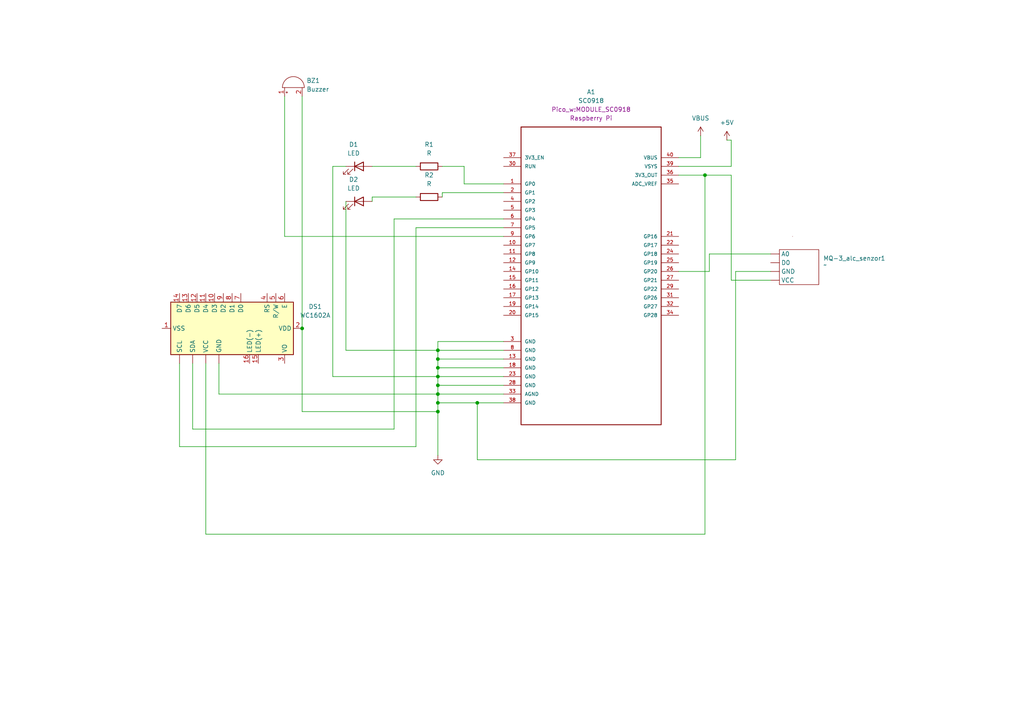
<source format=kicad_sch>
(kicad_sch (version 20231120) (generator "eeschema") (generator_version "8.0")
  (paper "A4")
  (lib_symbols
    (symbol "Device:Buzzer" (pin_names (offset 0.0254) hide)
      (property "Reference" "BZ" (at 3.81 1.27 0))
      (property "Value" "Buzzer" (at 3.81 -1.27 0))
      (symbol "Buzzer_0_1"
        (arc (start 0 -3.175) (mid 3.1612 0) (end 0 3.175))
        (polyline (pts (xy -1.651 1.905) (xy -1.143 1.905)))
        (polyline (pts (xy -1.397 2.159) (xy -1.397 1.651)))
        (polyline (pts (xy 0 3.175) (xy 0 -3.175)))
      )
      (symbol "Buzzer_1_1"
        (pin passive line (at -2.54 2.54 0) (length 2.54) (name "+") (number "1"))
        (pin passive line (at -2.54 -2.54 0) (length 2.54) (name "-") (number "2"))
      )
    )
    (symbol "Device:LED" (pin_numbers hide) (pin_names (offset 1.016) hide)
      (property "Reference" "D" (at 0 2.54 0))
      (property "Value" "LED" (at 0 -2.54 0))
      (symbol "LED_0_1"
        (polyline (pts (xy -1.27 -1.27) (xy -1.27 1.27)) (stroke (width 0.254)))
        (polyline (pts (xy -1.27 0) (xy 1.27 0)))
        (polyline (pts (xy 1.27 -1.27) (xy 1.27 1.27) (xy -1.27 0) (xy 1.27 -1.27)) (stroke (width 0.254)))
        (polyline (pts (xy -3.048 -0.762) (xy -4.572 -2.286) (xy -3.81 -2.286) (xy -4.572 -2.286) (xy -4.572 -1.524)))
        (polyline (pts (xy -1.778 -0.762) (xy -3.302 -2.286) (xy -2.54 -2.286) (xy -3.302 -2.286) (xy -3.302 -1.524)))
      )
      (symbol "LED_1_1"
        (pin passive line (at -3.81 0 0) (length 2.54) (name "K") (number "1"))
        (pin passive line (at 3.81 0 180) (length 2.54) (name "A") (number "2"))
      )
    )
    (symbol "Device:R" (pin_numbers hide) (pin_names (offset 0))
      (property "Reference" "R" (at 2.032 0 90))
      (property "Value" "R" (at 0 0 90))
      (symbol "R_0_1"
        (rectangle (start -1.016 -2.54) (end 1.016 2.54) (stroke (width 0.254)))
      )
      (symbol "R_1_1"
        (pin passive line (at 0 3.81 270) (length 1.27) (name "~") (number "1"))
        (pin passive line (at 0 -3.81 90) (length 1.27) (name "~") (number "2"))
      )
    )
    (symbol "Display_Character:WC1602A"
      (property "Reference" "DS" (at -5.842 19.05 0))
      (property "Value" "WC1602A" (at 5.334 19.05 0))
      (symbol "WC1602A_1_1"
        (rectangle (start -7.62 17.78) (end 7.62 -17.78) (stroke (width 0.254)) (fill (type background)))
        (pin input line (at 10.16 -3.81 180) (length 2.54) (name "GND") (number ""))
        (pin input line (at 10.16 -15.24 180) (length 2.54) (name "SCL") (number ""))
        (pin input line (at 10.16 -11.43 180) (length 2.54) (name "SDA") (number ""))
        (pin input line (at 10.16 -7.62 180) (length 2.54) (name "VCC") (number ""))
        (pin power_in line (at 0 -20.32 90) (length 2.54) (name "VSS") (number "1"))
        (pin input line (at -10.16 -5.08 0) (length 2.54) (name "D3") (number "10"))
        (pin input line (at -10.16 -7.62 0) (length 2.54) (name "D4") (number "11"))
        (pin input line (at -10.16 -10.16 0) (length 2.54) (name "D5") (number "12"))
        (pin input line (at -10.16 -12.7 0) (length 2.54) (name "D6") (number "13"))
        (pin input line (at -10.16 -15.24 0) (length 2.54) (name "D7") (number "14"))
        (pin power_in line (at 10.16 7.62 180) (length 2.54) (name "LED(+)") (number "15"))
        (pin power_in line (at 10.16 5.08 180) (length 2.54) (name "LED(-)") (number "16"))
        (pin power_in line (at 0 20.32 270) (length 2.54) (name "VDD") (number "2"))
        (pin input line (at 10.16 15.24 180) (length 2.54) (name "VO") (number "3"))
        (pin input line (at -10.16 10.16 0) (length 2.54) (name "RS") (number "4"))
        (pin input line (at -10.16 12.7 0) (length 2.54) (name "R/W") (number "5"))
        (pin input line (at -10.16 15.24 0) (length 2.54) (name "E") (number "6"))
        (pin input line (at -10.16 2.54 0) (length 2.54) (name "D0") (number "7"))
        (pin input line (at -10.16 0 0) (length 2.54) (name "D1") (number "8"))
        (pin input line (at -10.16 -2.54 0) (length 2.54) (name "D2") (number "9"))
      )
    )
    (symbol "Pico_w:SC0918" (pin_names (offset 1.016))
      (property "Reference" "A1" (at 0 58.42 0))
      (property "Value" "SC0918" (at 0 55.88 0))
      (property "Footprint" "Pico_w:MODULE_SC0918" (at -12.7 -46.99 0))
      (property "manufacturer" "Raspberry Pi" (at 0 53.34 0))
      (symbol "SC0918_0_0"
        (rectangle (start -20.32 -43.18) (end 20.32 43.18) (stroke (width 0.254)))
        (pin bidirectional line (at -25.4 26.67 0) (length 5.08) (name "GP0") (number "1"))
        (pin bidirectional line (at -25.4 8.89 0) (length 5.08) (name "GP7") (number "10"))
        (pin bidirectional line (at -25.4 6.35 0) (length 5.08) (name "GP8") (number "11"))
        (pin bidirectional line (at -25.4 3.81 0) (length 5.08) (name "GP9") (number "12"))
        (pin power_in line (at -25.4 -24.13 0) (length 5.08) (name "GND") (number "13"))
        (pin bidirectional line (at -25.4 1.27 0) (length 5.08) (name "GP10") (number "14"))
        (pin bidirectional line (at -25.4 -1.27 0) (length 5.08) (name "GP11") (number "15"))
        (pin bidirectional line (at -25.4 -3.81 0) (length 5.08) (name "GP12") (number "16"))
        (pin bidirectional line (at -25.4 -6.35 0) (length 5.08) (name "GP13") (number "17"))
        (pin power_in line (at -25.4 -26.67 0) (length 5.08) (name "GND") (number "18"))
        (pin bidirectional line (at -25.4 -8.89 0) (length 5.08) (name "GP14") (number "19"))
        (pin bidirectional line (at -25.4 24.13 0) (length 5.08) (name "GP1") (number "2"))
        (pin bidirectional line (at -25.4 -11.43 0) (length 5.08) (name "GP15") (number "20"))
        (pin bidirectional line (at 25.4 11.43 180) (length 5.08) (name "GP16") (number "21"))
        (pin bidirectional line (at 25.4 8.89 180) (length 5.08) (name "GP17") (number "22"))
        (pin power_in line (at -25.4 -29.21 0) (length 5.08) (name "GND") (number "23"))
        (pin bidirectional line (at 25.4 6.35 180) (length 5.08) (name "GP18") (number "24"))
        (pin bidirectional line (at 25.4 3.81 180) (length 5.08) (name "GP19") (number "25"))
        (pin bidirectional line (at 25.4 1.27 180) (length 5.08) (name "GP20") (number "26"))
        (pin bidirectional line (at 25.4 -1.27 180) (length 5.08) (name "GP21") (number "27"))
        (pin power_in line (at -25.4 -31.75 0) (length 5.08) (name "GND") (number "28"))
        (pin bidirectional line (at 25.4 -3.81 180) (length 5.08) (name "GP22") (number "29"))
        (pin power_in line (at -25.4 -19.05 0) (length 5.08) (name "GND") (number "3"))
        (pin input line (at -25.4 31.75 0) (length 5.08) (name "RUN") (number "30"))
        (pin bidirectional line (at 25.4 -6.35 180) (length 5.08) (name "GP26") (number "31"))
        (pin bidirectional line (at 25.4 -8.89 180) (length 5.08) (name "GP27") (number "32"))
        (pin power_in line (at -25.4 -34.29 0) (length 5.08) (name "AGND") (number "33"))
        (pin bidirectional line (at 25.4 -11.43 180) (length 5.08) (name "GP28") (number "34"))
        (pin power_in line (at 25.4 26.67 180) (length 5.08) (name "ADC_VREF") (number "35"))
        (pin power_in line (at 25.4 29.21 180) (length 5.08) (name "3V3_OUT") (number "36"))
        (pin input line (at -25.4 34.29 0) (length 5.08) (name "3V3_EN") (number "37"))
        (pin power_in line (at -25.4 -36.83 0) (length 5.08) (name "GND") (number "38"))
        (pin free line (at 25.4 31.75 180) (length 5.08) (name "VSYS") (number "39"))
        (pin bidirectional line (at -25.4 21.59 0) (length 5.08) (name "GP2") (number "4"))
        (pin free line (at 25.4 34.29 180) (length 5.08) (name "VBUS") (number "40"))
        (pin bidirectional line (at -25.4 19.05 0) (length 5.08) (name "GP3") (number "5"))
        (pin bidirectional line (at -25.4 16.51 0) (length 5.08) (name "GP4") (number "6"))
        (pin bidirectional line (at -25.4 13.97 0) (length 5.08) (name "GP5") (number "7"))
        (pin power_in line (at -25.4 -21.59 0) (length 5.08) (name "GND") (number "8"))
        (pin bidirectional line (at -25.4 11.43 0) (length 5.08) (name "GP6") (number "9"))
      )
    )
    (symbol "Sensor:MQ-3"
      (property "Reference" "MQ-3_alc_senzor" (at 4.064 0.254 0))
      (symbol "MQ-3_0_1"
        (rectangle (start -1.27 -1.27) (end 10.16 -11.43))
        (rectangle (start 2.54 2.54) (end 2.54 2.54))
      )
      (symbol "MQ-3_1_1"
        (pin input line (at -3.81 -2.54 0) (length 2.54) (name "A0") (number ""))
        (pin input line (at -3.81 -5.08 0) (length 2.54) (name "D0") (number ""))
        (pin input line (at -3.81 -7.62 0) (length 2.54) (name "GND") (number ""))
        (pin input line (at -3.81 -10.16 0) (length 2.54) (name "VCC") (number ""))
      )
    )
    (symbol "power:+5V" (power) (pin_numbers hide) (pin_names (offset 0) hide)
      (property "Value" "+5V" (at 0 3.556 0))
      (symbol "+5V_0_1"
        (polyline (pts (xy -0.762 1.27) (xy 0 2.54)))
        (polyline (pts (xy 0 0) (xy 0 2.54)))
        (polyline (pts (xy 0 2.54) (xy 0.762 1.27)))
      )
      (symbol "+5V_1_1"
        (pin power_in line (at 0 0 90) (length 0) (name "~") (number "1"))
      )
    )
    (symbol "power:GND" (power) (pin_numbers hide) (pin_names (offset 0) hide)
      (property "Value" "GND" (at 0 -3.81 0))
      (symbol "GND_0_1"
        (polyline (pts (xy 0 0) (xy 0 -1.27) (xy 1.27 -1.27) (xy 0 -2.54) (xy -1.27 -1.27) (xy 0 -1.27)))
      )
      (symbol "GND_1_1"
        (pin power_in line (at 0 0 270) (length 0) (name "~") (number "1"))
      )
    )
    (symbol "power:VBUS" (power) (pin_numbers hide) (pin_names (offset 0) hide)
      (property "Value" "VBUS" (at 0 3.556 0))
      (symbol "VBUS_0_1"
        (polyline (pts (xy -0.762 1.27) (xy 0 2.54)))
        (polyline (pts (xy 0 0) (xy 0 2.54)))
        (polyline (pts (xy 0 2.54) (xy 0.762 1.27)))
      )
      (symbol "VBUS_1_1"
        (pin power_in line (at 0 0 90) (length 0) (name "~") (number "1"))
      )
    )
  )
  (junction (at 127 106.68))
  (junction (at 127 101.6))
  (junction (at 138.43 116.84))
  (junction (at 127 116.84))
  (junction (at 127 119.38))
  (junction (at 87.63 95.25))
  (junction (at 127 114.3))
  (junction (at 127 111.76))
  (junction (at 204.47 50.8))
  (junction (at 127 109.22))
  (junction (at 127 104.14))
  (wire (pts (xy 87.63 27.94) (xy 87.63 95.25)))
  (wire (pts (xy 55.88 124.46) (xy 114.3 124.46)))
  (wire (pts (xy 223.52 81.28) (xy 212.09 81.28)))
  (wire (pts (xy 87.63 119.38) (xy 127 119.38)))
  (wire (pts (xy 196.85 45.72) (xy 203.2 45.72)))
  (wire (pts (xy 107.95 48.26) (xy 120.65 48.26)))
  (wire (pts (xy 82.55 68.58) (xy 146.05 68.58)))
  (wire (pts (xy 120.65 129.54) (xy 120.65 66.04)))
  (wire (pts (xy 87.63 95.25) (xy 87.63 119.38)))
  (wire (pts (xy 127 111.76) (xy 127 114.3)))
  (wire (pts (xy 100.33 101.6) (xy 127 101.6)))
  (wire (pts (xy 59.69 154.94) (xy 204.47 154.94)))
  (wire (pts (xy 204.47 154.94) (xy 204.47 50.8)))
  (wire (pts (xy 127 101.6) (xy 146.05 101.6)))
  (wire (pts (xy 52.07 105.41) (xy 52.07 129.54)))
  (wire (pts (xy 127 119.38) (xy 127 132.08)))
  (wire (pts (xy 127 106.68) (xy 127 109.22)))
  (wire (pts (xy 114.3 124.46) (xy 114.3 63.5)))
  (wire (pts (xy 127 109.22) (xy 127 111.76)))
  (wire (pts (xy 63.5 114.3) (xy 127 114.3)))
  (wire (pts (xy 55.88 105.41) (xy 55.88 124.46)))
  (wire (pts (xy 120.65 57.15) (xy 107.95 57.15)))
  (wire (pts (xy 127 114.3) (xy 127 116.84)))
  (wire (pts (xy 127 116.84) (xy 127 119.38)))
  (wire (pts (xy 205.74 73.66) (xy 205.74 78.74)))
  (wire (pts (xy 146.05 99.06) (xy 127 99.06)))
  (wire (pts (xy 146.05 114.3) (xy 127 114.3)))
  (wire (pts (xy 82.55 27.94) (xy 82.55 68.58)))
  (wire (pts (xy 146.05 55.88) (xy 128.27 55.88)))
  (wire (pts (xy 134.62 53.34) (xy 134.62 48.26)))
  (wire (pts (xy 146.05 116.84) (xy 138.43 116.84)))
  (wire (pts (xy 96.52 48.26) (xy 100.33 48.26)))
  (wire (pts (xy 204.47 50.8) (xy 196.85 50.8)))
  (wire (pts (xy 212.09 81.28) (xy 212.09 50.8)))
  (wire (pts (xy 212.09 48.26) (xy 212.09 40.64)))
  (wire (pts (xy 63.5 105.41) (xy 63.5 114.3)))
  (wire (pts (xy 138.43 133.35) (xy 138.43 116.84)))
  (wire (pts (xy 127 104.14) (xy 127 106.68)))
  (wire (pts (xy 213.36 133.35) (xy 138.43 133.35)))
  (wire (pts (xy 213.36 78.74) (xy 213.36 133.35)))
  (wire (pts (xy 138.43 116.84) (xy 127 116.84)))
  (wire (pts (xy 203.2 45.72) (xy 203.2 39.37)))
  (wire (pts (xy 96.52 48.26) (xy 96.52 109.22)))
  (wire (pts (xy 107.95 57.15) (xy 107.95 58.42)))
  (wire (pts (xy 134.62 48.26) (xy 128.27 48.26)))
  (wire (pts (xy 127 109.22) (xy 146.05 109.22)))
  (wire (pts (xy 127 99.06) (xy 127 101.6)))
  (wire (pts (xy 205.74 73.66) (xy 223.52 73.66)))
  (wire (pts (xy 128.27 55.88) (xy 128.27 57.15)))
  (wire (pts (xy 196.85 48.26) (xy 212.09 48.26)))
  (wire (pts (xy 120.65 66.04) (xy 146.05 66.04)))
  (wire (pts (xy 127 101.6) (xy 127 104.14)))
  (wire (pts (xy 100.33 58.42) (xy 100.33 101.6)))
  (wire (pts (xy 146.05 53.34) (xy 134.62 53.34)))
  (wire (pts (xy 59.69 105.41) (xy 59.69 154.94)))
  (wire (pts (xy 96.52 109.22) (xy 127 109.22)))
  (wire (pts (xy 114.3 63.5) (xy 146.05 63.5)))
  (wire (pts (xy 223.52 78.74) (xy 213.36 78.74)))
  (wire (pts (xy 205.74 78.74) (xy 196.85 78.74)))
  (wire (pts (xy 52.07 129.54) (xy 120.65 129.54)))
  (wire (pts (xy 146.05 111.76) (xy 127 111.76)))
  (wire (pts (xy 212.09 40.64) (xy 210.82 40.64)))
  (wire (pts (xy 127 104.14) (xy 146.05 104.14)))
  (wire (pts (xy 212.09 50.8) (xy 204.47 50.8)))
  (wire (pts (xy 127 106.68) (xy 146.05 106.68)))
  (symbol (lib_id "Sensor:MQ-3") (at 227.33 71.12 0) (unit 1)
    (property "Reference" "MQ-3_alc_senzor1" (at 238.76 74.9299 0) (effects (justify left)))
    (property "Value" "~" (at 238.76 76.835 0) (effects (justify left)))
    (property "Footprint" "Sensor:MQ-6" (effects (hide yes)))
  )
  (symbol (lib_id "Device:R") (at 124.46 57.15 270) (unit 1)
    (property "Reference" "R2" (at 124.46 50.8 90))
    (property "Value" "R" (at 124.46 53.34 90))
    (property "Footprint" "Resistor_THT:R_Axial_DIN0204_L3.6mm_D1.6mm_P2.54mm_Vertical" (effects (hide yes)))
    (property "Description" "Resistor" (effects (hide yes)))
  )
  (symbol (lib_id "Device:R") (at 124.46 48.26 90) (unit 1)
    (property "Reference" "R1" (at 124.46 41.91 90))
    (property "Value" "R" (at 124.46 44.45 90))
    (property "Footprint" "Resistor_THT:R_Axial_DIN0204_L3.6mm_D1.6mm_P2.54mm_Vertical" (effects (hide yes)))
    (property "Description" "Resistor" (effects (hide yes)))
  )
  (symbol (lib_id "Device:Buzzer") (at 85.09 25.4 90) (unit 1)
    (property "Reference" "BZ1" (at 88.9 23.3748 90) (effects (justify right)))
    (property "Value" "Buzzer" (at 88.9 25.9148 90) (effects (justify right)))
    (property "Footprint" "Buzzer_Beeper:Buzzer_12x9.5RM7.6" (effects (hide yes)))
    (property "Description" "Buzzer, polarized" (effects (hide yes)))
  )
  (symbol (lib_id "Pico_w:SC0918") (at 171.45 80.01 0) (unit 1)
    (property "Reference" "A1" (at 171.45 26.67 0))
    (property "Value" "SC0918" (at 171.45 29.21 0))
    (property "Footprint" "Pico_w:MODULE_SC0918" (at 171.45 31.75 0))
    (property "Datasheet" "https://datasheets.raspberrypi.com/picow/pico-w-datasheet.pdf" (effects (hide yes)))
    (property "manufacturer" "Raspberry Pi" (at 171.45 34.29 0))
    (property "P/N" "SC0918" (effects (hide yes)))
    (property "PARTREV" "1.6" (effects (hide yes)))
    (property "MAXIMUM_PACKAGE_HEIGHT" "3.73mm" (effects (hide yes)))
  )
  (symbol (lib_id "power:VBUS") (at 203.2 39.37 0) (unit 1)
    (property "Reference" "#PWR02" (effects (hide yes)))
    (property "Value" "VBUS" (at 203.2 34.29 0))
    (property "Description" "Power symbol creates a global label with name \"VBUS\"" (effects (hide yes)))
  )
  (symbol (lib_id "power:+5V") (at 210.82 40.64 0) (unit 1)
    (property "Reference" "#PWR03" (effects (hide yes)))
    (property "Value" "+5V" (at 210.82 35.56 0))
    (property "Description" "Power symbol creates a global label with name \"+5V\"" (effects (hide yes)))
  )
  (symbol (lib_id "Device:LED") (at 104.14 48.26 0) (unit 1)
    (property "Reference" "D1" (at 102.5525 41.91 0))
    (property "Value" "LED" (at 102.5525 44.45 0))
    (property "Footprint" "LED_THT:LED_D3.0mm" (effects (hide yes)))
    (property "Description" "Light emitting diode" (effects (hide yes)))
  )
  (symbol (lib_id "Device:LED") (at 104.14 58.42 0) (unit 1)
    (property "Reference" "D2" (at 102.5525 52.07 0))
    (property "Value" "LED" (at 102.5525 54.61 0))
    (property "Footprint" "LED_THT:LED_D3.0mm" (effects (hide yes)))
    (property "Description" "Light emitting diode" (effects (hide yes)))
  )
  (symbol (lib_id "Display_Character:WC1602A") (at 67.31 95.25 270) (unit 1)
    (property "Reference" "DS1" (at 91.44 88.9314 90))
    (property "Value" "WC1602A" (at 91.44 91.4714 90))
    (property "Footprint" "Display:WC1602A" (effects (hide yes)))
    (property "Datasheet" "http://www.wincomlcd.com/pdf/WC1602A-SFYLYHTC06.pdf" (effects (hide yes)))
    (property "Description" "LCD 16x2 Alphanumeric , 8 bit parallel bus, 5V VDD" (effects (hide yes)))
  )
  (symbol (lib_id "power:GND") (at 127 132.08 0) (unit 1)
    (property "Reference" "#PWR01" (effects (hide yes)))
    (property "Value" "GND" (at 127 137.16 0))
    (property "Description" "Power symbol creates a global label with name \"GND\" , ground" (effects (hide yes)))
  )
)
</source>
